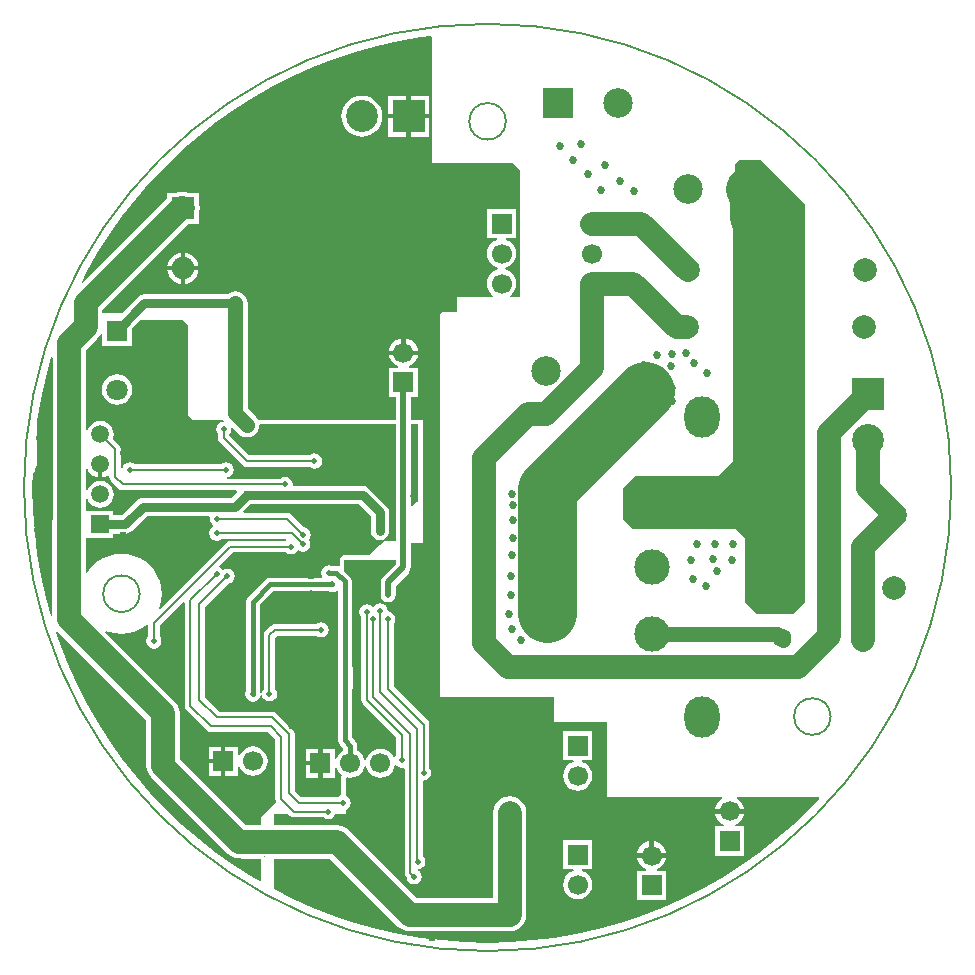
<source format=gbl>
%FSLAX25Y25*%
%MOIN*%
G70*
G01*
G75*
G04 Layer_Physical_Order=2*
G04 Layer_Color=16711680*
%ADD10C,0.10000*%
%ADD11C,0.10000*%
%ADD12R,0.08661X0.09449*%
%ADD13R,0.09843X0.13386*%
%ADD14O,0.08661X0.02756*%
%ADD15R,0.06890X0.08661*%
%ADD16R,0.04724X0.01969*%
%ADD17R,0.04000X0.05500*%
%ADD18R,0.05906X0.11811*%
%ADD19R,0.03150X0.21654*%
%ADD20R,0.06000X0.05000*%
G04:AMPARAMS|DCode=21|XSize=60mil|YSize=50mil|CornerRadius=0mil|HoleSize=0mil|Usage=FLASHONLY|Rotation=0.000|XOffset=0mil|YOffset=0mil|HoleType=Round|Shape=Octagon|*
%AMOCTAGOND21*
4,1,8,0.03000,-0.01250,0.03000,0.01250,0.01750,0.02500,-0.01750,0.02500,-0.03000,0.01250,-0.03000,-0.01250,-0.01750,-0.02500,0.01750,-0.02500,0.03000,-0.01250,0.0*
%
%ADD21OCTAGOND21*%

%ADD22R,0.03150X0.03543*%
%ADD23R,0.03543X0.03150*%
%ADD24R,0.05000X0.05000*%
%ADD25R,0.05512X0.02362*%
%ADD26R,0.39370X0.41142*%
%ADD27R,0.12598X0.04134*%
%ADD28R,0.05500X0.04000*%
%ADD29O,0.07087X0.01100*%
%ADD30O,0.01100X0.07087*%
%ADD31R,0.08268X0.09843*%
%ADD32R,0.03150X0.05118*%
G04:AMPARAMS|DCode=33|XSize=78.74mil|YSize=86.61mil|CornerRadius=7.87mil|HoleSize=0mil|Usage=FLASHONLY|Rotation=90.000|XOffset=0mil|YOffset=0mil|HoleType=Round|Shape=RoundedRectangle|*
%AMROUNDEDRECTD33*
21,1,0.07874,0.07087,0,0,90.0*
21,1,0.06299,0.08661,0,0,90.0*
1,1,0.01575,0.03543,0.03150*
1,1,0.01575,0.03543,-0.03150*
1,1,0.01575,-0.03543,-0.03150*
1,1,0.01575,-0.03543,0.03150*
%
%ADD33ROUNDEDRECTD33*%
%ADD34R,0.09843X0.08268*%
%ADD35R,0.05118X0.03150*%
%ADD36R,0.03937X0.02362*%
%ADD37R,0.02756X0.03347*%
%ADD38R,0.03347X0.02756*%
%ADD39C,0.00800*%
%ADD40C,0.08000*%
%ADD41C,0.15000*%
%ADD42C,0.03000*%
%ADD43C,0.01500*%
%ADD44C,0.05000*%
%ADD45C,0.02000*%
%ADD46C,0.04000*%
%ADD47C,0.01000*%
%ADD48R,0.09600X0.18400*%
%ADD49R,0.09900X0.21000*%
%ADD50C,0.00500*%
%ADD51C,0.00025*%
%ADD52C,0.05906*%
%ADD53R,0.05906X0.05906*%
%ADD54C,0.07874*%
%ADD55O,0.11811X0.13780*%
%ADD56C,0.06693*%
%ADD57R,0.06693X0.06693*%
%ADD58R,0.07480X0.07480*%
%ADD59C,0.07480*%
%ADD60R,0.06299X0.06299*%
%ADD61C,0.06299*%
%ADD62C,0.09843*%
%ADD63R,0.06693X0.06693*%
%ADD64R,0.09843X0.09843*%
%ADD65C,0.10630*%
%ADD66R,0.10630X0.10630*%
%ADD67R,0.10630X0.10630*%
%ADD68R,0.07087X0.07087*%
%ADD69C,0.07087*%
%ADD70R,0.11811X0.11811*%
%ADD71C,0.11811*%
%ADD72C,0.03000*%
%ADD73C,0.02700*%
%ADD74C,0.04000*%
%ADD75C,0.02000*%
%ADD76C,0.05000*%
%ADD77C,0.19685*%
%ADD78R,0.03118X0.15755*%
G36*
X92782Y30982D02*
X92400Y30600D01*
X90911Y29111D01*
X90449Y29302D01*
Y56471D01*
X92782D01*
Y30982D01*
D02*
G37*
G36*
X23373Y25588D02*
X23272Y25079D01*
X23466Y24103D01*
X24019Y23276D01*
X24541Y22928D01*
Y22428D01*
X23840Y21960D01*
X23288Y21133D01*
X23094Y20157D01*
X23288Y19182D01*
X23840Y18355D01*
X24667Y17803D01*
X25642Y17608D01*
X26618Y17803D01*
X27243Y18220D01*
X48758D01*
X48813Y18039D01*
X48515Y17637D01*
X30200D01*
X29459Y17490D01*
X28830Y17070D01*
X6792Y-4968D01*
X6376Y-4691D01*
X6608Y-4130D01*
X7098Y-2091D01*
X7263Y0D01*
X7098Y2091D01*
X6608Y4130D01*
X5806Y6067D01*
X4710Y7856D01*
X3348Y9450D01*
X1753Y10812D01*
X-35Y11908D01*
X-1972Y12711D01*
X-4012Y13200D01*
X-6102Y13365D01*
X-8193Y13200D01*
X-10232Y12711D01*
X-12170Y11908D01*
X-13958Y10812D01*
X-15553Y9450D01*
X-16915Y7856D01*
X-17571Y6784D01*
X-18053Y6920D01*
Y18647D01*
X-17653D01*
Y18647D01*
X-8747D01*
Y20074D01*
X-4800D01*
X-4017Y20177D01*
X-3287Y20480D01*
X-2660Y20960D01*
X2353Y25974D01*
X23056D01*
X23373Y25588D01*
D02*
G37*
G36*
X16400Y89300D02*
X16200Y89100D01*
Y78800D01*
Y59500D01*
X16400Y59300D01*
X17900Y57800D01*
X27894D01*
X27943Y57302D01*
X26981Y57111D01*
X26153Y56558D01*
X25601Y55731D01*
X25407Y54756D01*
X25601Y53781D01*
X26019Y53155D01*
Y51900D01*
X26166Y51159D01*
X26586Y50530D01*
X34286Y42830D01*
X34915Y42410D01*
X35656Y42263D01*
X56652D01*
X57277Y41845D01*
X58253Y41651D01*
X59228Y41845D01*
X60055Y42398D01*
X60608Y43224D01*
X60802Y44200D01*
X60608Y45175D01*
X60055Y46002D01*
X59228Y46555D01*
X58253Y46749D01*
X57277Y46555D01*
X56652Y46137D01*
X36458D01*
X29893Y52702D01*
Y53155D01*
X30311Y53781D01*
X30505Y54756D01*
X30416Y55201D01*
X30857Y55437D01*
X32947Y53347D01*
X33783Y52706D01*
X34756Y52303D01*
X35800Y52166D01*
X36844Y52303D01*
X37817Y52706D01*
X38653Y53347D01*
X39294Y54183D01*
X39697Y55156D01*
X39834Y56200D01*
X40072Y56471D01*
X85351D01*
Y17600D01*
X81400D01*
X80204Y16404D01*
X76548Y12748D01*
X68121D01*
X67536Y12632D01*
X67040Y12300D01*
X66708Y11804D01*
X66592Y11219D01*
Y11181D01*
X66594Y11171D01*
X66592Y11160D01*
X66652Y10879D01*
X66675Y10762D01*
Y9454D01*
X66289Y9137D01*
X65500Y9294D01*
X64166D01*
X64075Y9355D01*
X63100Y9549D01*
X62125Y9355D01*
X61298Y8802D01*
X60745Y7975D01*
X60551Y7000D01*
X60745Y6024D01*
X60872Y5835D01*
X60636Y5394D01*
X43500D01*
X42622Y5219D01*
X41878Y4722D01*
X36122Y-1034D01*
X35625Y-1778D01*
X35450Y-2656D01*
Y-32389D01*
X35389Y-32480D01*
X35195Y-33456D01*
X35389Y-34431D01*
X35942Y-35258D01*
X36769Y-35811D01*
X37744Y-36005D01*
X38719Y-35811D01*
X39546Y-35258D01*
X40099Y-34431D01*
X40260Y-33623D01*
X40740D01*
Y-33623D01*
X40760D01*
X40901Y-34331D01*
X41453Y-35158D01*
X42281Y-35711D01*
X43256Y-35905D01*
X44231Y-35711D01*
X45058Y-35158D01*
X45611Y-34331D01*
X45805Y-33356D01*
X45611Y-32381D01*
X45193Y-31755D01*
Y-14647D01*
X45902Y-13937D01*
X58799D01*
X59425Y-14355D01*
X60400Y-14549D01*
X61375Y-14355D01*
X62202Y-13802D01*
X62755Y-12976D01*
X62949Y-12000D01*
X62755Y-11025D01*
X62202Y-10198D01*
X61375Y-9645D01*
X60400Y-9451D01*
X59425Y-9645D01*
X58799Y-10063D01*
X45100D01*
X44359Y-10210D01*
X43730Y-10630D01*
X41886Y-12474D01*
X41466Y-13103D01*
X41319Y-13844D01*
Y-31755D01*
X40901Y-32381D01*
X40740Y-33189D01*
X40260D01*
Y-33189D01*
X40240D01*
X40099Y-32480D01*
X40038Y-32389D01*
Y-3606D01*
X44450Y806D01*
X63134D01*
X63225Y745D01*
X64200Y551D01*
X65175Y745D01*
X65665Y1072D01*
X66106Y836D01*
Y-48800D01*
X66281Y-49678D01*
X66778Y-50422D01*
X67906Y-51550D01*
Y-52205D01*
X67756Y-52267D01*
X66743Y-53044D01*
X65967Y-54056D01*
X65537Y-55093D01*
X65046Y-54996D01*
Y-51654D01*
X60950D01*
Y-56501D01*
Y-61347D01*
X65046D01*
Y-58004D01*
X65537Y-57907D01*
X65967Y-58944D01*
X66743Y-59957D01*
X67496Y-60534D01*
X67396Y-60685D01*
X67244Y-60882D01*
X67231Y-60931D01*
X67203Y-60974D01*
X67154Y-61218D01*
X67089Y-61459D01*
X67096Y-61509D01*
X67086Y-61559D01*
Y-66814D01*
X66037Y-67863D01*
X53902D01*
X51737Y-65698D01*
Y-46900D01*
X51590Y-46159D01*
X51170Y-45530D01*
X45470Y-39830D01*
X44841Y-39410D01*
X44100Y-39263D01*
X26602D01*
X21837Y-34498D01*
Y-4302D01*
X29438Y3298D01*
X30176Y3445D01*
X31002Y3998D01*
X31555Y4825D01*
X31749Y5800D01*
X31555Y6775D01*
X31002Y7602D01*
X30176Y8155D01*
X29200Y8349D01*
X28225Y8155D01*
X27771Y7852D01*
X27402Y8402D01*
X26575Y8955D01*
X26487Y9247D01*
X31002Y13763D01*
X48810D01*
X49403Y13366D01*
X50379Y13172D01*
X51354Y13366D01*
X52181Y13919D01*
X52685Y14673D01*
X53325Y14245D01*
X54300Y14051D01*
X55275Y14245D01*
X56102Y14798D01*
X56655Y15624D01*
X56849Y16600D01*
X56655Y17575D01*
X56321Y18075D01*
X56755Y18724D01*
X56949Y19700D01*
X56755Y20675D01*
X56202Y21502D01*
X55375Y22055D01*
X54638Y22202D01*
X50391Y26449D01*
X49763Y26869D01*
X49021Y27016D01*
X34648D01*
X34457Y27478D01*
X36853Y29874D01*
X73147D01*
X77074Y25947D01*
Y20900D01*
X77177Y20117D01*
X77479Y19387D01*
X77960Y18760D01*
X78587Y18280D01*
X79317Y17977D01*
X80100Y17874D01*
X80883Y17977D01*
X81613Y18280D01*
X82240Y18760D01*
X82721Y19387D01*
X83023Y20117D01*
X83126Y20900D01*
Y27200D01*
X83126Y27200D01*
X83035Y27892D01*
X83023Y27983D01*
X82721Y28713D01*
X82240Y29340D01*
X76540Y35040D01*
X75913Y35520D01*
X75183Y35823D01*
X74400Y35926D01*
X51246D01*
X50929Y36312D01*
X50949Y36415D01*
X50755Y37390D01*
X50202Y38217D01*
X49376Y38770D01*
X48400Y38964D01*
X47425Y38770D01*
X46799Y38352D01*
X29221D01*
X29172Y38850D01*
X29833Y38981D01*
X30661Y39534D01*
X31213Y40361D01*
X31407Y41336D01*
X31213Y42312D01*
X30661Y43139D01*
X29833Y43691D01*
X28858Y43885D01*
X27883Y43691D01*
X27257Y43273D01*
X-1699D01*
X-2324Y43691D01*
X-3300Y43885D01*
X-4276Y43691D01*
X-5102Y43139D01*
X-5655Y42312D01*
X-5765Y41758D01*
X-6263Y41807D01*
Y48100D01*
X-6410Y48841D01*
X-6830Y49470D01*
X-8990Y51629D01*
X-8862Y51938D01*
X-8709Y53100D01*
X-8862Y54262D01*
X-9311Y55346D01*
X-10024Y56276D01*
X-10954Y56990D01*
X-12038Y57438D01*
X-13200Y57591D01*
X-14362Y57438D01*
X-15446Y56990D01*
X-16376Y56276D01*
X-17089Y55346D01*
X-17384Y54635D01*
X-17874Y54733D01*
Y81281D01*
X-14077Y85077D01*
X-13196Y86226D01*
X-13034Y86617D01*
X-12543Y86520D01*
Y82699D01*
X-2457D01*
Y88507D01*
X237Y91200D01*
X14500D01*
X16400Y89300D01*
D02*
G37*
G36*
X-12450Y38708D02*
X-12038Y38762D01*
X-10954Y39211D01*
X-10586Y39494D01*
X-10137Y39272D01*
Y38900D01*
X-9990Y38159D01*
X-9570Y37530D01*
X-7085Y35045D01*
X-7085D01*
X-7085Y35045D01*
X-7085D01*
X-7085Y35045D01*
Y35045D01*
X-7085Y35045D01*
Y35045D01*
X-6456Y34625D01*
X-5715Y34478D01*
X32245D01*
X32436Y34016D01*
X30447Y32026D01*
X1100D01*
X317Y31923D01*
X-413Y31620D01*
X-1040Y31140D01*
X-6053Y26126D01*
X-8747D01*
Y27553D01*
X-17653D01*
D01*
X-17653D01*
X-17874Y27774D01*
Y31467D01*
X-17384Y31565D01*
X-17089Y30854D01*
X-16376Y29924D01*
X-15446Y29210D01*
X-14362Y28762D01*
X-13200Y28609D01*
X-12038Y28762D01*
X-10954Y29210D01*
X-10024Y29924D01*
X-9311Y30854D01*
X-8862Y31938D01*
X-8709Y33100D01*
X-8862Y34262D01*
X-9311Y35346D01*
X-10024Y36276D01*
X-10954Y36990D01*
X-12038Y37438D01*
X-13200Y37591D01*
X-14362Y37438D01*
X-15446Y36990D01*
X-16376Y36276D01*
X-17089Y35346D01*
X-17384Y34635D01*
X-17874Y34733D01*
Y41467D01*
X-17384Y41565D01*
X-17089Y40854D01*
X-16376Y39924D01*
X-15446Y39211D01*
X-14362Y38762D01*
X-13950Y38708D01*
Y43101D01*
X-12450D01*
Y38708D01*
D02*
G37*
G36*
X221600Y129900D02*
Y-2800D01*
X217600Y-6800D01*
X205700D01*
X201600Y-2700D01*
Y18700D01*
X198700Y21600D01*
X164300D01*
X161200Y24700D01*
Y35200D01*
X165100Y39100D01*
X192700D01*
X197700Y44100D01*
Y121400D01*
X196600Y124800D01*
Y138300D01*
X198300Y140000D01*
Y143300D01*
X199600Y144600D01*
X206900D01*
X221600Y129900D01*
D02*
G37*
G36*
X73818Y-35355D02*
X73965Y-36096D01*
X74385Y-36725D01*
X85463Y-47802D01*
Y-53899D01*
X85082Y-54469D01*
X84584Y-54420D01*
X84433Y-54056D01*
X83657Y-53044D01*
X82644Y-52267D01*
X81465Y-51778D01*
X80200Y-51612D01*
X78935Y-51778D01*
X77756Y-52267D01*
X76744Y-53044D01*
X75967Y-54056D01*
X75478Y-55235D01*
X75450Y-55450D01*
X74950D01*
X74922Y-55235D01*
X74433Y-54056D01*
X73656Y-53044D01*
X72644Y-52267D01*
X72494Y-52205D01*
Y-50600D01*
X72320Y-49722D01*
X71822Y-48978D01*
X70694Y-47850D01*
Y-31700D01*
X73818D01*
Y-35355D01*
D02*
G37*
G36*
X2252Y-42198D02*
Y-57300D01*
X2442Y-58736D01*
X2996Y-60074D01*
X3877Y-61223D01*
X29331Y-86677D01*
X30480Y-87558D01*
X31818Y-88112D01*
X33254Y-88301D01*
X40190D01*
X40227Y-88357D01*
X40400Y-88473D01*
Y-95625D01*
X39968Y-95877D01*
X37932Y-94724D01*
X31640Y-90739D01*
X25550Y-86450D01*
X19678Y-81868D01*
X14039Y-77003D01*
X8644Y-71867D01*
X3509Y-66473D01*
X-1356Y-60833D01*
X-5938Y-54962D01*
X-10227Y-48872D01*
X-14212Y-42580D01*
X-17883Y-36099D01*
X-21232Y-29447D01*
X-24250Y-22637D01*
X-26930Y-15688D01*
X-27910Y-12723D01*
X-27484Y-12461D01*
X2252Y-42198D01*
D02*
G37*
G36*
X-28969Y78701D02*
Y25256D01*
X-29147Y23900D01*
Y-7190D01*
X-29643Y-7257D01*
X-31253Y-1438D01*
X-32885Y5829D01*
X-34158Y13167D01*
X-35070Y20559D01*
X-35618Y27987D01*
X-35801Y35433D01*
X-35686Y40114D01*
X-34400Y41400D01*
Y55740D01*
X-34158Y57699D01*
X-32885Y65037D01*
X-31253Y72304D01*
X-29464Y78768D01*
X-28969Y78701D01*
D02*
G37*
G36*
X14963Y-2930D02*
Y-37300D01*
X14963Y-37300D01*
X14963D01*
X15110Y-38041D01*
X15530Y-38670D01*
X22430Y-45570D01*
X23059Y-45990D01*
X23800Y-46137D01*
X42898D01*
X45163Y-48402D01*
Y-68300D01*
X45310Y-69041D01*
X45490Y-69310D01*
X41500Y-73300D01*
X40400Y-74400D01*
Y-77207D01*
X35552D01*
X13348Y-55002D01*
Y-39900D01*
X13348Y-39900D01*
X13158Y-38464D01*
X12834Y-37681D01*
X12604Y-37126D01*
X11723Y-35977D01*
X11723Y-35977D01*
X-11565Y-12689D01*
X-11287Y-12274D01*
X-10232Y-12711D01*
X-8193Y-13200D01*
X-6102Y-13365D01*
X-4012Y-13200D01*
X-1972Y-12711D01*
X-35Y-11908D01*
X1753Y-10812D01*
X2272Y-10370D01*
X2726Y-10579D01*
Y-13800D01*
X2726Y-13800D01*
X2726D01*
Y-14136D01*
X2308Y-14762D01*
X2114Y-15737D01*
X2308Y-16713D01*
X2861Y-17539D01*
X3687Y-18092D01*
X4663Y-18286D01*
X5638Y-18092D01*
X6465Y-17539D01*
X7018Y-16713D01*
X7212Y-15737D01*
X7018Y-14762D01*
X6600Y-14136D01*
Y-13800D01*
X6600Y-13800D01*
X6600Y-13800D01*
Y-13800D01*
Y-10639D01*
X14501Y-2739D01*
X14963Y-2930D01*
D02*
G37*
G36*
X97498Y185630D02*
Y153900D01*
Y143800D01*
X97703Y143600D01*
X124530D01*
X125866Y142300D01*
X126791Y141400D01*
Y100200D01*
Y99400D01*
X126380Y99000D01*
X126277Y98900D01*
X123474D01*
X123314Y99374D01*
X124056Y99944D01*
X124833Y100956D01*
X125322Y102135D01*
X125488Y103400D01*
X125322Y104665D01*
X124833Y105844D01*
X124056Y106857D01*
X123044Y107633D01*
X121865Y108122D01*
X121650Y108150D01*
Y108650D01*
X121865Y108678D01*
X123044Y109167D01*
X124056Y109943D01*
X124833Y110956D01*
X125322Y112135D01*
X125488Y113400D01*
X125322Y114665D01*
X124833Y115844D01*
X124056Y116857D01*
X123044Y117633D01*
X122006Y118063D01*
X122104Y118553D01*
X125446D01*
Y128246D01*
X115753D01*
Y118553D01*
X119096D01*
X119193Y118063D01*
X118156Y117633D01*
X117143Y116857D01*
X116367Y115844D01*
X115878Y114665D01*
X115712Y113400D01*
X115878Y112135D01*
X116367Y110956D01*
X117143Y109943D01*
X118156Y109167D01*
X119335Y108678D01*
X119550Y108650D01*
Y108150D01*
X119335Y108122D01*
X118156Y107633D01*
X117143Y106857D01*
X116367Y105844D01*
X115878Y104665D01*
X115712Y103400D01*
X115878Y102135D01*
X116367Y100956D01*
X117143Y99944D01*
X117886Y99374D01*
X117726Y98900D01*
X106029D01*
D01*
X106029Y98900D01*
D01*
D01*
X105926Y99000D01*
X105829Y98906D01*
X105829Y98695D01*
X105829Y98695D01*
X105829D01*
Y98695D01*
D01*
Y94000D01*
X100890D01*
X100202Y93331D01*
Y-34500D01*
X137995D01*
Y-42300D01*
X138406Y-42700D01*
X155673D01*
Y-67900D01*
X193958D01*
X194119Y-68374D01*
X193143Y-69122D01*
X192367Y-70135D01*
X191878Y-71314D01*
X191811Y-71829D01*
X201390D01*
X201322Y-71314D01*
X200833Y-70135D01*
X200057Y-69122D01*
X199044Y-68345D01*
X199133Y-67900D01*
X226388D01*
X226585Y-68360D01*
X223245Y-71867D01*
X217851Y-77003D01*
X212211Y-81868D01*
X206340Y-86450D01*
X200250Y-90739D01*
X193958Y-94724D01*
X187477Y-98395D01*
X180824Y-101743D01*
X174015Y-104762D01*
X167067Y-107442D01*
X159994Y-109778D01*
X152816Y-111765D01*
X145549Y-113397D01*
X138211Y-114670D01*
X130819Y-115582D01*
X123391Y-116130D01*
X115945Y-116313D01*
X108499Y-116130D01*
X101071Y-115582D01*
X93679Y-114670D01*
X86341Y-113397D01*
X79074Y-111765D01*
X71895Y-109778D01*
X64823Y-107442D01*
X57874Y-104762D01*
X51065Y-101743D01*
X44667Y-98523D01*
Y-88301D01*
X63556D01*
X86177Y-110923D01*
X87326Y-111804D01*
X88664Y-112358D01*
X90100Y-112548D01*
X90100Y-112548D01*
X123300D01*
X124736Y-112358D01*
X126074Y-111804D01*
X127223Y-110923D01*
X128104Y-109774D01*
X128658Y-108436D01*
X128848Y-107000D01*
Y-73000D01*
X128658Y-71564D01*
X128104Y-70226D01*
X127223Y-69077D01*
X126074Y-68196D01*
X124736Y-67642D01*
X123300Y-67453D01*
X121864Y-67642D01*
X120526Y-68196D01*
X119377Y-69077D01*
X118496Y-70226D01*
X117942Y-71564D01*
X117753Y-73000D01*
Y-101453D01*
X92398D01*
X69777Y-78831D01*
X68628Y-77950D01*
X67290Y-77396D01*
X65854Y-77207D01*
X44667D01*
Y-73500D01*
X49560D01*
X50030Y-73970D01*
X50659Y-74390D01*
X51400Y-74537D01*
X61299D01*
X61924Y-74955D01*
X62900Y-75149D01*
X63876Y-74955D01*
X64702Y-74402D01*
X65255Y-73576D01*
X65270Y-73500D01*
X68616D01*
Y-72120D01*
X68803Y-72083D01*
X69630Y-71530D01*
X70183Y-70703D01*
X70376Y-69728D01*
X70183Y-68752D01*
X69630Y-67925D01*
X68803Y-67373D01*
X68616Y-67335D01*
Y-61559D01*
X68991Y-61229D01*
X70200Y-61388D01*
X71465Y-61222D01*
X72644Y-60733D01*
X73656Y-59957D01*
X74433Y-58944D01*
X74922Y-57765D01*
X74950Y-57550D01*
X75450D01*
X75478Y-57765D01*
X75967Y-58944D01*
X76744Y-59957D01*
X77756Y-60733D01*
X78935Y-61222D01*
X80200Y-61388D01*
X81465Y-61222D01*
X82644Y-60733D01*
X83657Y-59957D01*
X84433Y-58944D01*
X84922Y-57765D01*
X84991Y-57237D01*
X85478Y-57124D01*
X85598Y-57302D01*
X86424Y-57855D01*
X87400Y-58049D01*
X87876Y-57954D01*
X88263Y-58271D01*
Y-93000D01*
X88410Y-93741D01*
X88830Y-94370D01*
X88998Y-94538D01*
X89145Y-95275D01*
X89698Y-96102D01*
X90525Y-96655D01*
X91500Y-96849D01*
X92475Y-96655D01*
X93302Y-96102D01*
X93855Y-95275D01*
X94049Y-94300D01*
X93855Y-93325D01*
X93302Y-92498D01*
X92568Y-92007D01*
X92600Y-91849D01*
X93576Y-91655D01*
X94402Y-91102D01*
X94955Y-90276D01*
X95149Y-89300D01*
X94955Y-88324D01*
X94402Y-87498D01*
X94337Y-87454D01*
Y-62365D01*
X94600Y-62149D01*
X95575Y-61955D01*
X96402Y-61402D01*
X96955Y-60575D01*
X97149Y-59600D01*
X96955Y-58625D01*
X96537Y-57999D01*
Y-43600D01*
X96390Y-42859D01*
X95970Y-42230D01*
X86420Y-32680D01*
X84637Y-30898D01*
Y-10001D01*
X85055Y-9375D01*
X85249Y-8400D01*
X85055Y-7425D01*
X84502Y-6598D01*
X83675Y-6045D01*
X82873Y-5885D01*
X82749Y-5700D01*
X82749Y-5700D01*
X82749D01*
X82555Y-4724D01*
X82002Y-3898D01*
X81176Y-3345D01*
X80200Y-3151D01*
X79224Y-3345D01*
X78398Y-3898D01*
X78112Y-4324D01*
X77612D01*
X77557Y-4242D01*
X76731Y-3690D01*
X75755Y-3496D01*
X74780Y-3690D01*
X73953Y-4242D01*
X73400Y-5069D01*
X73206Y-6045D01*
X73400Y-7020D01*
X73818Y-7645D01*
Y-24500D01*
X70694D01*
Y4100D01*
X70519Y4978D01*
X70022Y5722D01*
X68204Y7540D01*
Y11100D01*
X68121Y11181D01*
Y11219D01*
X85234D01*
D01*
X85234D01*
X85351Y11102D01*
Y9856D01*
X81098Y5602D01*
X80545Y4775D01*
X80351Y3800D01*
Y-300D01*
X80545Y-1276D01*
X81098Y-2102D01*
X81924Y-2655D01*
X82900Y-2849D01*
X83876Y-2655D01*
X84702Y-2102D01*
X85255Y-1276D01*
X85449Y-300D01*
Y2744D01*
X89702Y6998D01*
X90255Y7825D01*
X90449Y8800D01*
Y16800D01*
X94311D01*
Y58000D01*
X90449D01*
Y65632D01*
X92747D01*
Y75325D01*
X89784D01*
X89687Y75816D01*
X90344Y76088D01*
X91356Y76865D01*
X92133Y77877D01*
X92622Y79056D01*
X92690Y79571D01*
X83110D01*
X83178Y79056D01*
X83667Y77877D01*
X84443Y76865D01*
X85456Y76088D01*
X86113Y75816D01*
X86016Y75325D01*
X83053D01*
Y65632D01*
X85351D01*
Y58000D01*
X39384D01*
X39294Y58217D01*
X38653Y59053D01*
X35934Y61771D01*
Y96800D01*
X35797Y97844D01*
X35394Y98817D01*
X34753Y99653D01*
X33917Y100294D01*
X32944Y100697D01*
X31900Y100835D01*
X30856Y100697D01*
X29883Y100294D01*
X29273Y99826D01*
X1558D01*
X774Y99723D01*
X45Y99420D01*
X-582Y98940D01*
X-5822Y93700D01*
X-12453D01*
Y94502D01*
X16305Y123260D01*
X19640D01*
Y126779D01*
X19758Y127064D01*
X19948Y128500D01*
X19758Y129936D01*
X19640Y130221D01*
Y133740D01*
X16121D01*
X15836Y133858D01*
X14400Y134047D01*
X13700D01*
X12264Y133858D01*
X11979Y133740D01*
X9160D01*
Y131805D01*
X-19003Y103642D01*
X-19408Y103935D01*
X-17883Y106965D01*
X-14212Y113446D01*
X-10227Y119738D01*
X-5938Y125828D01*
X-1356Y131700D01*
X3509Y137339D01*
X8644Y142734D01*
X14039Y147869D01*
X19678Y152734D01*
X25550Y157316D01*
X31640Y161605D01*
X37932Y165590D01*
X44412Y169261D01*
X51065Y172610D01*
X57874Y175628D01*
X64823Y178308D01*
X71895Y180645D01*
X79074Y182631D01*
X86341Y184263D01*
X93679Y185536D01*
X97123Y185961D01*
X97498Y185630D01*
D02*
G37*
%LPC*%
G36*
X59450Y-57250D02*
X55353D01*
Y-61347D01*
X59450D01*
Y-57250D01*
D02*
G37*
G36*
X150847Y-45854D02*
X141154D01*
Y-55546D01*
X144496D01*
X144593Y-56037D01*
X143556Y-56467D01*
X142543Y-57244D01*
X141767Y-58256D01*
X141278Y-59435D01*
X141112Y-60700D01*
X141278Y-61965D01*
X141767Y-63144D01*
X142543Y-64157D01*
X143556Y-64933D01*
X144735Y-65422D01*
X146000Y-65588D01*
X147265Y-65422D01*
X148444Y-64933D01*
X149457Y-64157D01*
X150233Y-63144D01*
X150722Y-61965D01*
X150888Y-60700D01*
X150722Y-59435D01*
X150233Y-58256D01*
X149457Y-57244D01*
X148444Y-56467D01*
X147407Y-56037D01*
X147504Y-55546D01*
X150847D01*
Y-45854D01*
D02*
G37*
G36*
X27050Y-56550D02*
X22954D01*
Y-60646D01*
X27050D01*
Y-56550D01*
D02*
G37*
G36*
Y-50954D02*
X22954D01*
Y-55050D01*
X27050D01*
Y-50954D01*
D02*
G37*
G36*
X59450Y-51654D02*
X55353D01*
Y-55750D01*
X59450D01*
Y-51654D01*
D02*
G37*
G36*
X171350Y-82489D02*
Y-86529D01*
X175390D01*
X175322Y-86014D01*
X174833Y-84835D01*
X174056Y-83822D01*
X173044Y-83045D01*
X171865Y-82557D01*
X171350Y-82489D01*
D02*
G37*
G36*
X150847Y-82154D02*
X141154D01*
Y-91847D01*
X144496D01*
X144593Y-92337D01*
X143556Y-92767D01*
X142543Y-93543D01*
X141767Y-94556D01*
X141278Y-95735D01*
X141112Y-97000D01*
X141278Y-98265D01*
X141767Y-99444D01*
X142543Y-100457D01*
X143556Y-101233D01*
X144735Y-101722D01*
X146000Y-101888D01*
X147265Y-101722D01*
X148444Y-101233D01*
X149457Y-100457D01*
X150233Y-99444D01*
X150722Y-98265D01*
X150888Y-97000D01*
X150722Y-95735D01*
X150233Y-94556D01*
X149457Y-93543D01*
X148444Y-92767D01*
X147407Y-92337D01*
X147504Y-91847D01*
X150847D01*
Y-82154D01*
D02*
G37*
G36*
X175390Y-88029D02*
X165811D01*
X165878Y-88544D01*
X166367Y-89723D01*
X167143Y-90735D01*
X168156Y-91512D01*
X168813Y-91784D01*
X168716Y-92275D01*
X165753D01*
Y-101968D01*
X175446D01*
Y-92275D01*
X172484D01*
X172387Y-91784D01*
X173044Y-91512D01*
X174056Y-90735D01*
X174833Y-89723D01*
X175322Y-88544D01*
X175390Y-88029D01*
D02*
G37*
G36*
X96410Y166015D02*
X90345D01*
Y159950D01*
X96410D01*
Y166015D01*
D02*
G37*
G36*
X169850Y-82489D02*
X169335Y-82557D01*
X168156Y-83045D01*
X167143Y-83822D01*
X166367Y-84835D01*
X165878Y-86014D01*
X165811Y-86529D01*
X169850D01*
Y-82489D01*
D02*
G37*
G36*
X201390Y-73329D02*
X191811D01*
X191878Y-73844D01*
X192367Y-75023D01*
X193143Y-76035D01*
X194156Y-76812D01*
X194813Y-77084D01*
X194716Y-77575D01*
X191753D01*
Y-87268D01*
X201447D01*
Y-77575D01*
X198484D01*
X198387Y-77084D01*
X199044Y-76812D01*
X200057Y-76035D01*
X200833Y-75023D01*
X201322Y-73844D01*
X201390Y-73329D01*
D02*
G37*
G36*
X88845Y166015D02*
X82780D01*
Y159950D01*
X88845D01*
Y166015D01*
D02*
G37*
G36*
X-7500Y73144D02*
X-8817Y72971D01*
X-10043Y72463D01*
X-11097Y71654D01*
X-11905Y70601D01*
X-12414Y69374D01*
X-12587Y68058D01*
X-12414Y66741D01*
X-11905Y65514D01*
X-11097Y64461D01*
X-10043Y63652D01*
X-8817Y63144D01*
X-7500Y62971D01*
X-6183Y63144D01*
X-4957Y63652D01*
X-3903Y64461D01*
X-3095Y65514D01*
X-2586Y66741D01*
X-2413Y68058D01*
X-2586Y69374D01*
X-3095Y70601D01*
X-3903Y71654D01*
X-4957Y72463D01*
X-6183Y72971D01*
X-7500Y73144D01*
D02*
G37*
G36*
X19587Y107750D02*
X15150D01*
Y103313D01*
X15768Y103395D01*
X17043Y103923D01*
X18137Y104763D01*
X18977Y105857D01*
X19505Y107132D01*
X19587Y107750D01*
D02*
G37*
G36*
X87150Y85111D02*
X86635Y85043D01*
X85456Y84555D01*
X84443Y83778D01*
X83667Y82765D01*
X83178Y81586D01*
X83110Y81071D01*
X87150D01*
Y85111D01*
D02*
G37*
G36*
X13650Y107750D02*
X9213D01*
X9295Y107132D01*
X9823Y105857D01*
X10663Y104763D01*
X11757Y103923D01*
X13032Y103395D01*
X13650Y103313D01*
Y107750D01*
D02*
G37*
G36*
X88650Y85111D02*
Y81071D01*
X92690D01*
X92622Y81586D01*
X92133Y82765D01*
X91356Y83778D01*
X90344Y84555D01*
X89165Y85043D01*
X88650Y85111D01*
D02*
G37*
G36*
X13650Y113687D02*
X13032Y113605D01*
X11757Y113077D01*
X10663Y112237D01*
X9823Y111143D01*
X9295Y109868D01*
X9213Y109250D01*
X13650D01*
Y113687D01*
D02*
G37*
G36*
X96410Y158450D02*
X90345D01*
Y152385D01*
X96410D01*
Y158450D01*
D02*
G37*
G36*
X37800Y-50912D02*
X36535Y-51078D01*
X35356Y-51567D01*
X34343Y-52343D01*
X33567Y-53356D01*
X33137Y-54394D01*
X32646Y-54296D01*
Y-50954D01*
X28550D01*
Y-55801D01*
Y-60646D01*
X32646D01*
Y-57304D01*
X33137Y-57206D01*
X33567Y-58244D01*
X34343Y-59257D01*
X35356Y-60033D01*
X36535Y-60522D01*
X37800Y-60688D01*
X39065Y-60522D01*
X40244Y-60033D01*
X41256Y-59257D01*
X42033Y-58244D01*
X42522Y-57065D01*
X42688Y-55800D01*
X42522Y-54535D01*
X42033Y-53356D01*
X41256Y-52343D01*
X40244Y-51567D01*
X39065Y-51078D01*
X37800Y-50912D01*
D02*
G37*
G36*
X88845Y158450D02*
X82780D01*
Y152385D01*
X88845D01*
Y158450D01*
D02*
G37*
G36*
X15150Y113687D02*
Y109250D01*
X19587D01*
X19505Y109868D01*
X18977Y111143D01*
X18137Y112237D01*
X17043Y113077D01*
X15768Y113605D01*
X15150Y113687D01*
D02*
G37*
G36*
X73995Y166048D02*
X72659Y165916D01*
X71375Y165527D01*
X70191Y164894D01*
X69153Y164042D01*
X68301Y163005D01*
X67669Y161821D01*
X67279Y160536D01*
X67147Y159200D01*
X67279Y157864D01*
X67669Y156579D01*
X68301Y155395D01*
X69153Y154358D01*
X70191Y153506D01*
X71375Y152873D01*
X72659Y152484D01*
X73995Y152352D01*
X75331Y152484D01*
X76616Y152873D01*
X77800Y153506D01*
X78838Y154358D01*
X79689Y155395D01*
X80322Y156579D01*
X80712Y157864D01*
X80843Y159200D01*
X80712Y160536D01*
X80322Y161821D01*
X79689Y163005D01*
X78838Y164042D01*
X77800Y164894D01*
X76616Y165527D01*
X75331Y165916D01*
X73995Y166048D01*
D02*
G37*
%LPD*%
D39*
X4663Y-13800D02*
Y-9837D01*
Y-15737D02*
Y-13800D01*
X-13200Y53100D02*
X-8200Y48100D01*
Y38900D02*
Y48100D01*
Y38900D02*
X-5715Y36415D01*
X32000D01*
X43700Y-44200D02*
X47100Y-47600D01*
X23800Y-44200D02*
X43700D01*
X85050Y-34050D02*
X94600Y-43600D01*
X82700Y-31700D02*
X85050Y-34050D01*
X27956Y51900D02*
X35656Y44200D01*
X58253D01*
X27956Y51900D02*
Y54756D01*
X25642Y20157D02*
X50743D01*
X54300Y16600D01*
X25821Y25079D02*
X49021D01*
X54400Y19700D01*
X32000Y36415D02*
X32800D01*
X32000D02*
X48400D01*
X75755Y-35355D02*
Y-6045D01*
X87400Y-55500D02*
Y-47000D01*
X75755Y-35355D02*
X87400Y-47000D01*
X77900Y-34400D02*
X90200Y-46700D01*
Y-93000D02*
Y-46700D01*
Y-93000D02*
X91500Y-94300D01*
X77900Y-34400D02*
Y-8400D01*
X80200Y-32900D02*
X92400Y-45100D01*
Y-89100D02*
Y-45100D01*
Y-89100D02*
X92600Y-89300D01*
X80200Y-32900D02*
Y-5700D01*
X94600Y-59600D02*
Y-43600D01*
X82700Y-31700D02*
Y-8400D01*
X16900Y-2100D02*
X25600Y6600D01*
X19900Y-3500D02*
X29200Y5800D01*
X4663Y-9837D02*
X30200Y15700D01*
X50400D01*
X43256Y-33356D02*
Y-13844D01*
X45100Y-12000D01*
X60400D01*
X19900Y-35300D02*
Y-3500D01*
Y-35300D02*
X25800Y-41200D01*
X16900Y-37300D02*
Y-2100D01*
Y-37300D02*
X23800Y-44200D01*
X56800Y-72600D02*
X58900D01*
X47100Y-68300D02*
X51400Y-72600D01*
X47100Y-68300D02*
Y-47600D01*
X51400Y-72600D02*
X56800D01*
X62900D01*
X25800Y-41200D02*
X44100D01*
X49800Y-66500D02*
X53100Y-69800D01*
X49800Y-66500D02*
Y-46900D01*
X44100Y-41200D02*
X49800Y-46900D01*
X53100Y-69800D02*
X57100D01*
X67900D01*
X57100D02*
X64413D01*
X-3300Y41336D02*
X28858D01*
D40*
X167172Y123400D02*
X182672Y107900D01*
X150600Y123400D02*
X167172D01*
X129500Y59900D02*
X135300D01*
X114900Y45300D02*
X129500Y59900D01*
X135300D02*
X137450Y62050D01*
X150800Y75400D01*
Y103200D01*
X164500Y103400D02*
X179000Y88900D01*
X182472D01*
X150600Y103400D02*
X164500D01*
X150600D02*
X150800Y103200D01*
X114900Y-16500D02*
Y45300D01*
X122721Y-24321D02*
X219479D01*
X114900Y-16500D02*
X122721Y-24321D01*
X242800Y35285D02*
Y51095D01*
Y35285D02*
X251785Y26300D01*
X241186Y15701D02*
X251785Y26300D01*
X241186Y-15500D02*
Y15701D01*
X229700Y-14100D02*
Y53595D01*
X242800Y66695D01*
X219479Y-24321D02*
X229700Y-14100D01*
X13700Y128500D02*
X14400D01*
X-18000Y96800D02*
X13700Y128500D01*
X-23600Y-8500D02*
X7800Y-39900D01*
Y-57300D02*
Y-39900D01*
Y-57300D02*
X33254Y-82754D01*
X90100Y-107000D02*
X123300D01*
X33254Y-82754D02*
X65854D01*
X90100Y-107000D01*
X-23600Y-8500D02*
Y23900D01*
X-23422Y24079D01*
Y83578D01*
X-18000Y89000D02*
Y96800D01*
X-23422Y83578D02*
X-18000Y89000D01*
X123300Y-107000D02*
Y-73000D01*
D41*
X207769Y30946D02*
X212415Y26300D01*
Y2000D02*
Y26300D01*
X212215Y1800D02*
X212415Y2000D01*
X170700Y30946D02*
X207769D01*
X202900Y134900D02*
X212415Y125385D01*
Y26300D02*
Y125385D01*
D42*
X-13200Y23100D02*
X-4800D01*
X1100Y29000D01*
X31700D01*
X35600Y32900D01*
X74400D01*
X80100Y27200D01*
Y20900D02*
Y27200D01*
X-7500Y87743D02*
X1558Y96800D01*
X31900D01*
D43*
X68400Y-48800D02*
X70200Y-50600D01*
X68400Y-48800D02*
Y4100D01*
X70200Y-56500D02*
Y-50600D01*
X65500Y7000D02*
X68400Y4100D01*
X63100Y7000D02*
X65500D01*
X37744Y-33456D02*
Y-2656D01*
X43500Y3100D01*
X64200D01*
D44*
X170700Y-13346D02*
X212260D01*
X214414Y-15500D01*
X31900Y60100D02*
Y96800D01*
Y60100D02*
X35800Y56200D01*
D45*
X87900Y8800D02*
Y70479D01*
X82900Y3800D02*
X87900Y8800D01*
X82900Y-300D02*
Y3800D01*
D50*
X270472Y35433D02*
G03*
X270472Y35433I-154528J0D01*
G01*
X230285Y-40938D02*
G03*
X230285Y-40938I-6102J0D01*
G01*
X122047Y157480D02*
G03*
X122047Y157480I-6102J0D01*
G01*
X0Y0D02*
G03*
X0Y0I-6102J0D01*
G01*
D51*
X90317Y-116955D02*
X90325Y-116949D01*
X41318Y-87267D02*
X41318D01*
D52*
X-13200Y53100D02*
D03*
Y43100D02*
D03*
Y33100D02*
D03*
D53*
Y23100D02*
D03*
D54*
X241528Y88900D02*
D03*
X182472D02*
D03*
X251585Y1800D02*
D03*
X212215D02*
D03*
X212415Y26300D02*
D03*
X251785D02*
D03*
X241728Y107900D02*
D03*
X182672D02*
D03*
D55*
X187400Y58800D02*
D03*
Y-41200D02*
D03*
D56*
X87900Y80321D02*
D03*
X170600Y-87279D02*
D03*
X196600Y-72579D02*
D03*
X146000Y-97000D02*
D03*
Y-60700D02*
D03*
X37800Y-55800D02*
D03*
X150600Y123400D02*
D03*
Y113400D02*
D03*
Y103400D02*
D03*
X120600D02*
D03*
Y113400D02*
D03*
X80200Y-56500D02*
D03*
X70200Y-56500D02*
D03*
D57*
X87900Y70479D02*
D03*
X170600Y-97121D02*
D03*
X196600Y-82421D02*
D03*
X27800Y-55800D02*
D03*
X60200Y-56500D02*
D03*
D58*
X14400Y128500D02*
D03*
D59*
Y108500D02*
D03*
D60*
X240886Y-14900D02*
D03*
D61*
X214114D02*
D03*
D62*
X135400Y74323D02*
D03*
Y-10323D02*
D03*
X159300Y163700D02*
D03*
X182900Y134900D02*
D03*
D63*
X146000Y-87000D02*
D03*
Y-50700D02*
D03*
X120600Y123400D02*
D03*
D64*
X139300Y163700D02*
D03*
X202900Y134900D02*
D03*
D65*
X242800Y51095D02*
D03*
X73995Y159200D02*
D03*
D66*
X242800Y66695D02*
D03*
D67*
X89595Y159200D02*
D03*
D68*
X-7500Y87743D02*
D03*
D69*
Y68058D02*
D03*
D70*
X170700Y30946D02*
D03*
D71*
Y-13346D02*
D03*
Y8898D02*
D03*
D72*
X23500Y-11100D02*
D03*
X10600Y-21700D02*
D03*
X53400Y-49900D02*
D03*
X50600Y-43700D02*
D03*
X42400Y-65000D02*
D03*
X43400Y-49100D02*
D03*
X63000Y39300D02*
D03*
X62600Y46400D02*
D03*
X72000Y47000D02*
D03*
X47700Y8000D02*
D03*
X58600Y18700D02*
D03*
X57200Y6400D02*
D03*
X62800Y12400D02*
D03*
X80300Y-74700D02*
D03*
X73100Y-74400D02*
D03*
X103900Y-77500D02*
D03*
X96800Y-77000D02*
D03*
X96600Y-70000D02*
D03*
X11600Y-14000D02*
D03*
X33700Y-15700D02*
D03*
X31800Y-7500D02*
D03*
X26200Y33100D02*
D03*
X24400Y15300D02*
D03*
X-31600Y7500D02*
D03*
X-33800Y21200D02*
D03*
Y33100D02*
D03*
X-33700Y41400D02*
D03*
X-33200Y52000D02*
D03*
X-30700Y62900D02*
D03*
X80600Y-109400D02*
D03*
X72800Y-104400D02*
D03*
X121300Y-114300D02*
D03*
X108400D02*
D03*
X97400D02*
D03*
X32900Y-89500D02*
D03*
X21500Y-81000D02*
D03*
X13900Y-74100D02*
D03*
X6400Y-66500D02*
D03*
X35300Y-73700D02*
D03*
X59400Y-33900D02*
D03*
X59900Y-43500D02*
D03*
X28400Y-13400D02*
D03*
X-5500Y19100D02*
D03*
X-5400Y46900D02*
D03*
X-7300Y54700D02*
D03*
X70800Y71400D02*
D03*
X70700Y79900D02*
D03*
X70300Y89700D02*
D03*
X78600Y42100D02*
D03*
X67900Y41900D02*
D03*
X76400Y51200D02*
D03*
X65800Y51100D02*
D03*
X56200Y51800D02*
D03*
X111400Y-96400D02*
D03*
X111600Y-91800D02*
D03*
X111700Y-86600D02*
D03*
X111800Y-63100D02*
D03*
X111900Y-53000D02*
D03*
X111900Y-58000D02*
D03*
X35600Y32900D02*
D03*
X80100Y20900D02*
D03*
X89700Y-31100D02*
D03*
D73*
X124100Y-11700D02*
D03*
X123000Y-6700D02*
D03*
X123700Y-500D02*
D03*
X127000Y-15500D02*
D03*
X132300Y-200D02*
D03*
X132400Y5400D02*
D03*
X123900Y5900D02*
D03*
X132700Y11100D02*
D03*
X124200Y13000D02*
D03*
X124300Y24700D02*
D03*
Y18700D02*
D03*
X132600Y15700D02*
D03*
X131900Y20500D02*
D03*
X132000Y27400D02*
D03*
X124200Y33300D02*
D03*
X124300Y29500D02*
D03*
X137900Y6900D02*
D03*
X132800Y33100D02*
D03*
X138000Y11600D02*
D03*
Y1100D02*
D03*
X138400Y16100D02*
D03*
Y21400D02*
D03*
X139000Y28300D02*
D03*
X139800Y33600D02*
D03*
X132900Y38500D02*
D03*
X160400Y54900D02*
D03*
Y64300D02*
D03*
Y59200D02*
D03*
X165200Y65200D02*
D03*
X165500Y60700D02*
D03*
X167400Y55700D02*
D03*
X172100Y62500D02*
D03*
X177573Y64200D02*
D03*
X161100Y69300D02*
D03*
X164800Y73300D02*
D03*
X168100Y76300D02*
D03*
X170000Y66700D02*
D03*
X177573Y68700D02*
D03*
X169000Y71900D02*
D03*
X177000Y76000D02*
D03*
X172400Y79600D02*
D03*
X177400Y80000D02*
D03*
X182100Y80300D02*
D03*
X184600Y77000D02*
D03*
X189000Y73500D02*
D03*
X138900Y38300D02*
D03*
X218300Y100026D02*
D03*
Y108200D02*
D03*
X217600Y117500D02*
D03*
X216600Y124700D02*
D03*
X209300Y126300D02*
D03*
X214400Y130100D02*
D03*
X209800Y-5500D02*
D03*
X218200Y-600D02*
D03*
X218400Y22100D02*
D03*
X218100Y33500D02*
D03*
X164600Y134100D02*
D03*
X160200Y137600D02*
D03*
X155200Y142900D02*
D03*
X153600Y134500D02*
D03*
X149500Y140000D02*
D03*
X144389Y144700D02*
D03*
X147100Y149800D02*
D03*
X140000Y149400D02*
D03*
X192300Y7500D02*
D03*
X188900Y2700D02*
D03*
X184400Y4900D02*
D03*
X183745Y11245D02*
D03*
X191200Y11500D02*
D03*
X197400Y11400D02*
D03*
X197800Y16700D02*
D03*
X191700Y16600D02*
D03*
X185600Y16700D02*
D03*
X217800Y14000D02*
D03*
X211000Y12500D02*
D03*
X204300Y6100D02*
D03*
D74*
X73200Y40900D02*
D03*
X81300Y35300D02*
D03*
X-4800Y-45600D02*
D03*
X82400Y50900D02*
D03*
X54000Y-63900D02*
D03*
X78713Y-69800D02*
D03*
X27600Y-19900D02*
D03*
X62500Y-102600D02*
D03*
X52800Y-98200D02*
D03*
X131400Y-37700D02*
D03*
X124700Y-44200D02*
D03*
X113800Y-42800D02*
D03*
X78400Y92000D02*
D03*
X93500Y92400D02*
D03*
X6190Y76200D02*
D03*
X11800Y87000D02*
D03*
X16200Y146700D02*
D03*
X28700Y154100D02*
D03*
X61300Y145600D02*
D03*
X103100Y114200D02*
D03*
X103300Y103100D02*
D03*
X97300Y105900D02*
D03*
X96200Y114300D02*
D03*
X87200Y114200D02*
D03*
X88100Y104900D02*
D03*
X76100Y105600D02*
D03*
X76700Y113300D02*
D03*
X76800Y121500D02*
D03*
X86400Y121800D02*
D03*
X94700Y121400D02*
D03*
X102900Y121200D02*
D03*
Y130100D02*
D03*
X94300D02*
D03*
X85200Y130700D02*
D03*
X75400Y131000D02*
D03*
X31900Y96800D02*
D03*
X35800Y56200D02*
D03*
D75*
X96700Y-14300D02*
D03*
X97200Y-700D02*
D03*
X97700Y4800D02*
D03*
X91100Y32600D02*
D03*
X65200Y-17800D02*
D03*
X77100Y-44700D02*
D03*
X57000Y300D02*
D03*
X47900Y11800D02*
D03*
X77100Y17600D02*
D03*
X33900Y2000D02*
D03*
X25821Y25079D02*
D03*
X25642Y20157D02*
D03*
X54400Y19700D02*
D03*
X54300Y16600D02*
D03*
X-3300Y41336D02*
D03*
X28858D02*
D03*
X48400Y36415D02*
D03*
X82900Y-300D02*
D03*
X75755Y-6045D02*
D03*
X80200Y-5700D02*
D03*
X82700Y-8400D02*
D03*
X77900D02*
D03*
X87400Y-55500D02*
D03*
X94600Y-59600D02*
D03*
X91500Y-94300D02*
D03*
X92600Y-89300D02*
D03*
X27956Y54756D02*
D03*
X58253Y44200D02*
D03*
X4663Y-15737D02*
D03*
X50379Y15721D02*
D03*
X25600Y6600D02*
D03*
X29200Y5800D02*
D03*
X62900Y-72600D02*
D03*
X67828Y-69728D02*
D03*
X37744Y-33456D02*
D03*
X64200Y3100D02*
D03*
X63100Y7000D02*
D03*
X43256Y-33356D02*
D03*
X60400Y-12000D02*
D03*
D76*
X123300Y-107000D02*
D03*
Y-73000D02*
D03*
D77*
X135600Y34900D02*
X168400Y67700D01*
X135600Y-6523D02*
Y34900D01*
D78*
X72259Y-27478D02*
D03*
M02*

</source>
